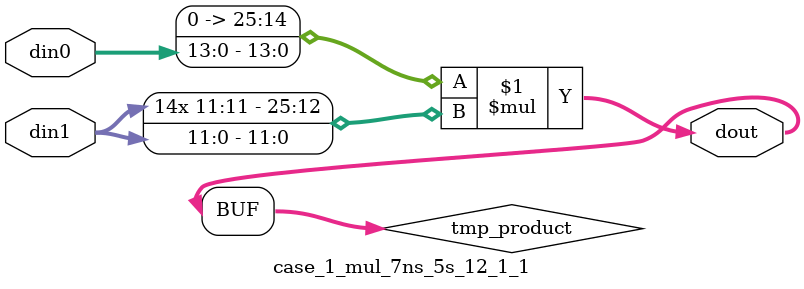
<source format=v>

`timescale 1 ns / 1 ps

 (* use_dsp = "no" *)  module case_1_mul_7ns_5s_12_1_1(din0, din1, dout);
parameter ID = 1;
parameter NUM_STAGE = 0;
parameter din0_WIDTH = 14;
parameter din1_WIDTH = 12;
parameter dout_WIDTH = 26;

input [din0_WIDTH - 1 : 0] din0; 
input [din1_WIDTH - 1 : 0] din1; 
output [dout_WIDTH - 1 : 0] dout;

wire signed [dout_WIDTH - 1 : 0] tmp_product;

























assign tmp_product = $signed({1'b0, din0}) * $signed(din1);










assign dout = tmp_product;





















endmodule

</source>
